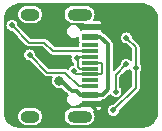
<source format=gtl>
G04 #@! TF.GenerationSoftware,KiCad,Pcbnew,5.1.9+dfsg1-1+deb11u1*
G04 #@! TF.CreationDate,2023-05-18T20:24:19+02:00*
G04 #@! TF.ProjectId,base,62617365-2e6b-4696-9361-645f70636258,rev?*
G04 #@! TF.SameCoordinates,Original*
G04 #@! TF.FileFunction,Copper,L1,Top*
G04 #@! TF.FilePolarity,Positive*
%FSLAX46Y46*%
G04 Gerber Fmt 4.6, Leading zero omitted, Abs format (unit mm)*
G04 Created by KiCad (PCBNEW 5.1.9+dfsg1-1+deb11u1) date 2023-05-18 20:24:19*
%MOMM*%
%LPD*%
G01*
G04 APERTURE LIST*
G04 #@! TA.AperFunction,ComponentPad*
%ADD10O,1.600000X1.000000*%
G04 #@! TD*
G04 #@! TA.AperFunction,ComponentPad*
%ADD11O,2.100000X1.000000*%
G04 #@! TD*
G04 #@! TA.AperFunction,SMDPad,CuDef*
%ADD12R,1.450000X0.300000*%
G04 #@! TD*
G04 #@! TA.AperFunction,SMDPad,CuDef*
%ADD13R,1.450000X0.600000*%
G04 #@! TD*
G04 #@! TA.AperFunction,ViaPad*
%ADD14C,0.500000*%
G04 #@! TD*
G04 #@! TA.AperFunction,ViaPad*
%ADD15C,0.800000*%
G04 #@! TD*
G04 #@! TA.AperFunction,Conductor*
%ADD16C,0.250000*%
G04 #@! TD*
G04 #@! TA.AperFunction,Conductor*
%ADD17C,0.350000*%
G04 #@! TD*
G04 #@! TA.AperFunction,Conductor*
%ADD18C,0.200000*%
G04 #@! TD*
G04 #@! TA.AperFunction,Conductor*
%ADD19C,0.100000*%
G04 #@! TD*
G04 APERTURE END LIST*
D10*
X-1050000Y-4320000D03*
X-1050000Y4320000D03*
D11*
X3130000Y4320000D03*
X3130000Y-4320000D03*
D12*
X4045000Y250000D03*
X4045000Y-1750000D03*
X4045000Y-1250000D03*
X4045000Y-750000D03*
X4045000Y-250000D03*
X4045000Y750000D03*
X4045000Y1250000D03*
X4045000Y1750000D03*
D13*
X4045000Y-3250000D03*
X4045000Y-2450000D03*
X4045000Y2450000D03*
X4045000Y3250000D03*
X4045000Y3250000D03*
X4045000Y2450000D03*
X4045000Y-2450000D03*
X4045000Y-3250000D03*
D14*
X4500000Y-4900000D03*
X4550000Y-3900000D03*
X-2600000Y-3300000D03*
X-2600000Y200000D03*
X-100000Y-1500000D03*
X-300000Y2900000D03*
X1900000Y0D03*
X8300000Y4900000D03*
X9300000Y2600000D03*
D15*
X1400000Y-1300000D03*
D14*
X7100000Y100000D03*
X6200000Y-2200000D03*
X7100000Y2334999D03*
X7900000Y-200000D03*
X6000000Y-3800000D03*
X2625014Y-500000D03*
X2900000Y600000D03*
X-1100007Y900007D03*
X-2600000Y3399998D03*
D16*
X3100000Y-3400000D02*
X3052002Y-3400000D01*
X3250000Y-3250000D02*
X3100000Y-3400000D01*
X4045000Y-3250000D02*
X3250000Y-3250000D01*
X4045000Y3250000D02*
X3200000Y3250000D01*
X4550000Y-3755000D02*
X4045000Y-3250000D01*
X4550000Y-3900000D02*
X4550000Y-3755000D01*
X3200000Y3150000D02*
X3274999Y3075001D01*
X3200000Y3250000D02*
X3200000Y3150000D01*
X3200000Y3250000D02*
X3000000Y3450000D01*
X3550000Y3250000D02*
X3305010Y3494990D01*
X3044990Y3494990D02*
X3000000Y3450000D01*
X3305010Y3494990D02*
X3044990Y3494990D01*
X4045000Y3250000D02*
X3550000Y3250000D01*
D17*
X5120000Y-2450000D02*
X5545011Y-2024989D01*
X4045000Y-2450000D02*
X5120000Y-2450000D01*
X4895002Y2450000D02*
X4045000Y2450000D01*
X5545011Y1799991D02*
X4895002Y2450000D01*
X5545011Y-2024989D02*
X5545011Y1799991D01*
X3196002Y-2450000D02*
X2936001Y-2189999D01*
X2489999Y-2189999D02*
X1499999Y-1199999D01*
X2936001Y-2189999D02*
X2489999Y-2189999D01*
X4045000Y-2450000D02*
X3196002Y-2450000D01*
D18*
X6200000Y-800000D02*
X6200000Y-2200000D01*
X7100000Y100000D02*
X6200000Y-800000D01*
X7900000Y1534999D02*
X7900000Y-200000D01*
X7100000Y2334999D02*
X7900000Y1534999D01*
X7900000Y-1900000D02*
X6000000Y-3800000D01*
X7900000Y-200000D02*
X7900000Y-1900000D01*
X4960002Y-750000D02*
X4045000Y-750000D01*
X4960002Y250000D02*
X5070001Y140001D01*
X5070001Y-640001D02*
X4960002Y-750000D01*
X4045000Y250000D02*
X4960002Y250000D01*
X5070001Y140001D02*
X5070001Y-270001D01*
X5070001Y-270001D02*
X5070001Y-640001D01*
X4045000Y-750000D02*
X2875014Y-750000D01*
X2875014Y-750000D02*
X2625014Y-500000D01*
X3189014Y-250000D02*
X3019999Y-80985D01*
X4045000Y-250000D02*
X3189014Y-250000D01*
X3120000Y750000D02*
X4045000Y750000D01*
X3019999Y649999D02*
X3120000Y750000D01*
X3019999Y-80985D02*
X3019999Y649999D01*
X4009988Y-1714988D02*
X4045000Y-1750000D01*
X3050992Y-1714988D02*
X4009988Y-1714988D01*
X1936004Y-600000D02*
X3050992Y-1714988D01*
X400000Y-600000D02*
X1936004Y-600000D01*
X-1100007Y900007D02*
X400000Y-600000D01*
X150001Y1949999D02*
X850000Y1250000D01*
X-1150001Y1949999D02*
X150001Y1949999D01*
X4045000Y1250000D02*
X850000Y1250000D01*
X-1150001Y1949999D02*
X-2600000Y3399998D01*
X8727922Y5151094D02*
X8947165Y5084900D01*
X9149370Y4977386D01*
X9326847Y4832639D01*
X9472829Y4656176D01*
X9581754Y4454724D01*
X9649474Y4235953D01*
X9675000Y3993085D01*
X9675001Y-3984094D01*
X9651094Y-4227922D01*
X9584900Y-4447166D01*
X9477386Y-4649370D01*
X9332639Y-4826847D01*
X9156176Y-4972830D01*
X8954727Y-5081753D01*
X8735958Y-5149474D01*
X8493085Y-5175000D01*
X-1984104Y-5175000D01*
X-2227922Y-5151094D01*
X-2447166Y-5084900D01*
X-2649370Y-4977386D01*
X-2826847Y-4832639D01*
X-2972830Y-4656176D01*
X-3081753Y-4454727D01*
X-3123458Y-4320000D01*
X-2153870Y-4320000D01*
X-2138424Y-4476827D01*
X-2092679Y-4627628D01*
X-2018393Y-4766606D01*
X-1918422Y-4888422D01*
X-1796606Y-4988393D01*
X-1657628Y-5062679D01*
X-1506827Y-5108424D01*
X-1389293Y-5120000D01*
X-710707Y-5120000D01*
X-593173Y-5108424D01*
X-442372Y-5062679D01*
X-303394Y-4988393D01*
X-181578Y-4888422D01*
X-81607Y-4766606D01*
X-7321Y-4627628D01*
X38424Y-4476827D01*
X53870Y-4320000D01*
X38424Y-4163173D01*
X-7321Y-4012372D01*
X-81607Y-3873394D01*
X-181578Y-3751578D01*
X-303394Y-3651607D01*
X-442372Y-3577321D01*
X-593173Y-3531576D01*
X-710707Y-3520000D01*
X-1389293Y-3520000D01*
X-1506827Y-3531576D01*
X-1657628Y-3577321D01*
X-1796606Y-3651607D01*
X-1918422Y-3751578D01*
X-2018393Y-3873394D01*
X-2092679Y-4012372D01*
X-2138424Y-4163173D01*
X-2153870Y-4320000D01*
X-3123458Y-4320000D01*
X-3149474Y-4235958D01*
X-3175000Y-3993085D01*
X-3175000Y3454168D01*
X-3150000Y3454168D01*
X-3150000Y3345828D01*
X-3128864Y3239569D01*
X-3087403Y3139475D01*
X-3027213Y3049394D01*
X-2950604Y2972785D01*
X-2860523Y2912595D01*
X-2760429Y2871134D01*
X-2654170Y2849998D01*
X-2615685Y2849998D01*
X-1446734Y1681046D01*
X-1434212Y1665788D01*
X-1418954Y1653266D01*
X-1418952Y1653264D01*
X-1407922Y1644212D01*
X-1373304Y1615802D01*
X-1303815Y1578659D01*
X-1228415Y1555787D01*
X-1169648Y1549999D01*
X-1169638Y1549999D01*
X-1150002Y1548065D01*
X-1130366Y1549999D01*
X-15684Y1549999D01*
X553267Y981047D01*
X565789Y965789D01*
X581047Y953267D01*
X581049Y953265D01*
X584292Y950604D01*
X626697Y915803D01*
X696186Y878660D01*
X771586Y855788D01*
X830353Y850000D01*
X830363Y850000D01*
X849999Y848066D01*
X869635Y850000D01*
X2408238Y850000D01*
X2371136Y760429D01*
X2350000Y654170D01*
X2350000Y545830D01*
X2371136Y439571D01*
X2412597Y339477D01*
X2472787Y249396D01*
X2549396Y172787D01*
X2619999Y125612D01*
X2619999Y50000D01*
X2570844Y50000D01*
X2464585Y28864D01*
X2364491Y-12597D01*
X2274410Y-72787D01*
X2197801Y-149396D01*
X2137611Y-239477D01*
X2132616Y-251536D01*
X2089818Y-228660D01*
X2014418Y-205788D01*
X1955651Y-200000D01*
X1955650Y-200000D01*
X1936004Y-198065D01*
X1916358Y-200000D01*
X565686Y-200000D01*
X-550007Y915692D01*
X-550007Y954177D01*
X-571143Y1060436D01*
X-612604Y1160530D01*
X-672794Y1250611D01*
X-749403Y1327220D01*
X-839484Y1387410D01*
X-939578Y1428871D01*
X-1045837Y1450007D01*
X-1154177Y1450007D01*
X-1260436Y1428871D01*
X-1360530Y1387410D01*
X-1450611Y1327220D01*
X-1527220Y1250611D01*
X-1587410Y1160530D01*
X-1628871Y1060436D01*
X-1650007Y954177D01*
X-1650007Y845837D01*
X-1628871Y739578D01*
X-1587410Y639484D01*
X-1527220Y549403D01*
X-1450611Y472794D01*
X-1360530Y412604D01*
X-1260436Y371143D01*
X-1154177Y350007D01*
X-1115692Y350007D01*
X103267Y-868953D01*
X115789Y-884211D01*
X131047Y-896733D01*
X131049Y-896735D01*
X162982Y-922941D01*
X176697Y-934197D01*
X246186Y-971340D01*
X321586Y-994212D01*
X380353Y-1000000D01*
X380363Y-1000000D01*
X399999Y-1001934D01*
X419635Y-1000000D01*
X766590Y-1000000D01*
X726901Y-1095818D01*
X700000Y-1231056D01*
X700000Y-1368944D01*
X726901Y-1504182D01*
X779668Y-1631574D01*
X856274Y-1746224D01*
X953776Y-1843726D01*
X1068426Y-1920332D01*
X1195818Y-1973099D01*
X1331056Y-2000000D01*
X1468944Y-2000000D01*
X1601819Y-1973569D01*
X2117183Y-2488934D01*
X2114531Y-2491586D01*
X2046132Y-2593952D01*
X1999019Y-2707694D01*
X1975000Y-2828443D01*
X1975000Y-2951557D01*
X1999019Y-3072306D01*
X2046132Y-3186048D01*
X2114531Y-3288414D01*
X2201586Y-3375469D01*
X2303952Y-3443868D01*
X2417694Y-3490981D01*
X2538443Y-3515000D01*
X2661557Y-3515000D01*
X2782306Y-3490981D01*
X2896048Y-3443868D01*
X2998414Y-3375469D01*
X3020000Y-3353883D01*
X3020000Y-3404002D01*
X3094998Y-3404002D01*
X3020000Y-3479000D01*
X3019162Y-3520000D01*
X2540707Y-3520000D01*
X2423173Y-3531576D01*
X2272372Y-3577321D01*
X2133394Y-3651607D01*
X2011578Y-3751578D01*
X1911607Y-3873394D01*
X1837321Y-4012372D01*
X1791576Y-4163173D01*
X1776130Y-4320000D01*
X1791576Y-4476827D01*
X1837321Y-4627628D01*
X1911607Y-4766606D01*
X2011578Y-4888422D01*
X2133394Y-4988393D01*
X2272372Y-5062679D01*
X2423173Y-5108424D01*
X2540707Y-5120000D01*
X3719293Y-5120000D01*
X3836827Y-5108424D01*
X3987628Y-5062679D01*
X4126606Y-4988393D01*
X4248422Y-4888422D01*
X4348393Y-4766606D01*
X4422679Y-4627628D01*
X4468424Y-4476827D01*
X4483870Y-4320000D01*
X4468424Y-4163173D01*
X4422679Y-4012372D01*
X4348393Y-3873394D01*
X4329327Y-3850162D01*
X4770000Y-3851452D01*
X4828810Y-3845660D01*
X4885361Y-3828505D01*
X4937478Y-3800648D01*
X4983159Y-3763159D01*
X5020648Y-3717478D01*
X5048505Y-3665361D01*
X5065660Y-3608810D01*
X5071452Y-3550000D01*
X5070000Y-3479000D01*
X4995000Y-3404000D01*
X4199000Y-3404000D01*
X4199000Y-3424000D01*
X3891000Y-3424000D01*
X3891000Y-3404000D01*
X3871000Y-3404000D01*
X3871000Y-3096000D01*
X3891000Y-3096000D01*
X3891000Y-3076000D01*
X4199000Y-3076000D01*
X4199000Y-3096000D01*
X4995000Y-3096000D01*
X5070000Y-3021000D01*
X5071452Y-2950000D01*
X5068990Y-2925000D01*
X5096668Y-2925000D01*
X5120000Y-2927298D01*
X5143332Y-2925000D01*
X5213116Y-2918127D01*
X5302654Y-2890966D01*
X5385173Y-2846859D01*
X5457501Y-2787501D01*
X5472384Y-2769366D01*
X5740087Y-2501664D01*
X5772787Y-2550604D01*
X5849396Y-2627213D01*
X5939477Y-2687403D01*
X6039571Y-2728864D01*
X6145830Y-2750000D01*
X6254170Y-2750000D01*
X6360429Y-2728864D01*
X6460523Y-2687403D01*
X6550604Y-2627213D01*
X6627213Y-2550604D01*
X6687403Y-2460523D01*
X6728864Y-2360429D01*
X6750000Y-2254170D01*
X6750000Y-2145830D01*
X6728864Y-2039571D01*
X6687403Y-1939477D01*
X6627213Y-1849396D01*
X6600000Y-1822183D01*
X6600000Y-965685D01*
X7115686Y-450000D01*
X7154170Y-450000D01*
X7260429Y-428864D01*
X7360523Y-387403D01*
X7377586Y-376002D01*
X7412597Y-460523D01*
X7472787Y-550604D01*
X7500000Y-577817D01*
X7500001Y-1734313D01*
X5984315Y-3250000D01*
X5945830Y-3250000D01*
X5839571Y-3271136D01*
X5739477Y-3312597D01*
X5649396Y-3372787D01*
X5572787Y-3449396D01*
X5512597Y-3539477D01*
X5471136Y-3639571D01*
X5450000Y-3745830D01*
X5450000Y-3854170D01*
X5471136Y-3960429D01*
X5512597Y-4060523D01*
X5572787Y-4150604D01*
X5649396Y-4227213D01*
X5739477Y-4287403D01*
X5839571Y-4328864D01*
X5945830Y-4350000D01*
X6054170Y-4350000D01*
X6160429Y-4328864D01*
X6260523Y-4287403D01*
X6350604Y-4227213D01*
X6427213Y-4150604D01*
X6487403Y-4060523D01*
X6528864Y-3960429D01*
X6550000Y-3854170D01*
X6550000Y-3815685D01*
X8168953Y-2196733D01*
X8184211Y-2184211D01*
X8211757Y-2150647D01*
X8234197Y-2123303D01*
X8271340Y-2053814D01*
X8294212Y-1978414D01*
X8299490Y-1924825D01*
X8300000Y-1919647D01*
X8301935Y-1900000D01*
X8300000Y-1880353D01*
X8300000Y-577817D01*
X8327213Y-550604D01*
X8387403Y-460523D01*
X8428864Y-360429D01*
X8450000Y-254170D01*
X8450000Y-145830D01*
X8428864Y-39571D01*
X8387403Y60523D01*
X8327213Y150604D01*
X8300000Y177817D01*
X8300000Y1515352D01*
X8301935Y1534999D01*
X8299888Y1555788D01*
X8294212Y1613413D01*
X8283114Y1650000D01*
X8271340Y1688814D01*
X8234197Y1758302D01*
X8196735Y1803950D01*
X8196733Y1803952D01*
X8184211Y1819210D01*
X8168954Y1831731D01*
X7650000Y2350684D01*
X7650000Y2389169D01*
X7628864Y2495428D01*
X7587403Y2595522D01*
X7527213Y2685603D01*
X7450604Y2762212D01*
X7360523Y2822402D01*
X7260429Y2863863D01*
X7154170Y2884999D01*
X7045830Y2884999D01*
X6939571Y2863863D01*
X6839477Y2822402D01*
X6749396Y2762212D01*
X6672787Y2685603D01*
X6612597Y2595522D01*
X6571136Y2495428D01*
X6550000Y2389169D01*
X6550000Y2280829D01*
X6571136Y2174570D01*
X6612597Y2074476D01*
X6672787Y1984395D01*
X6749396Y1907786D01*
X6839477Y1847596D01*
X6939571Y1806135D01*
X7045830Y1784999D01*
X7084315Y1784999D01*
X7500000Y1369313D01*
X7500001Y477816D01*
X7450604Y527213D01*
X7360523Y587403D01*
X7260429Y628864D01*
X7154170Y650000D01*
X7045830Y650000D01*
X6939571Y628864D01*
X6839477Y587403D01*
X6749396Y527213D01*
X6672787Y450604D01*
X6612597Y360523D01*
X6571136Y260429D01*
X6550000Y154170D01*
X6550000Y115686D01*
X6020011Y-414304D01*
X6020011Y1776659D01*
X6022309Y1799991D01*
X6013138Y1893107D01*
X5985977Y1982645D01*
X5941870Y2065164D01*
X5897385Y2119369D01*
X5882512Y2137492D01*
X5864388Y2152366D01*
X5247386Y2769367D01*
X5232503Y2787501D01*
X5160175Y2846859D01*
X5077656Y2890966D01*
X5065987Y2894506D01*
X5071452Y2950000D01*
X5070000Y3021000D01*
X4995000Y3096000D01*
X4199000Y3096000D01*
X4199000Y3076000D01*
X3891000Y3076000D01*
X3891000Y3096000D01*
X3871000Y3096000D01*
X3871000Y3404000D01*
X3891000Y3404000D01*
X3891000Y3424000D01*
X4199000Y3424000D01*
X4199000Y3404000D01*
X4995000Y3404000D01*
X5070000Y3479000D01*
X5071452Y3550000D01*
X5065660Y3608810D01*
X5048505Y3665361D01*
X5020648Y3717478D01*
X4983159Y3763159D01*
X4937478Y3800648D01*
X4885361Y3828505D01*
X4828810Y3845660D01*
X4770000Y3851452D01*
X4329327Y3850162D01*
X4348393Y3873394D01*
X4422679Y4012372D01*
X4468424Y4163173D01*
X4483870Y4320000D01*
X4468424Y4476827D01*
X4422679Y4627628D01*
X4348393Y4766606D01*
X4248422Y4888422D01*
X4126606Y4988393D01*
X3987628Y5062679D01*
X3836827Y5108424D01*
X3719293Y5120000D01*
X2540707Y5120000D01*
X2423173Y5108424D01*
X2272372Y5062679D01*
X2133394Y4988393D01*
X2011578Y4888422D01*
X1911607Y4766606D01*
X1837321Y4627628D01*
X1791576Y4476827D01*
X1776130Y4320000D01*
X1791576Y4163173D01*
X1837321Y4012372D01*
X1911607Y3873394D01*
X2011578Y3751578D01*
X2133394Y3651607D01*
X2272372Y3577321D01*
X2423173Y3531576D01*
X2540707Y3520000D01*
X3019162Y3520000D01*
X3020000Y3479000D01*
X3094998Y3404002D01*
X3020000Y3404002D01*
X3020000Y3353883D01*
X2998414Y3375469D01*
X2896048Y3443868D01*
X2782306Y3490981D01*
X2661557Y3515000D01*
X2538443Y3515000D01*
X2417694Y3490981D01*
X2303952Y3443868D01*
X2201586Y3375469D01*
X2114531Y3288414D01*
X2046132Y3186048D01*
X1999019Y3072306D01*
X1975000Y2951557D01*
X1975000Y2828443D01*
X1999019Y2707694D01*
X2046132Y2593952D01*
X2114531Y2491586D01*
X2201586Y2404531D01*
X2303952Y2336132D01*
X2417694Y2289019D01*
X2538443Y2265000D01*
X2661557Y2265000D01*
X2782306Y2289019D01*
X2896048Y2336132D01*
X2998414Y2404531D01*
X3018549Y2424666D01*
X3018549Y2150000D01*
X3024341Y2091190D01*
X3041496Y2034640D01*
X3046649Y2025000D01*
X3041496Y2015360D01*
X3024341Y1958810D01*
X3018549Y1900000D01*
X3018549Y1650000D01*
X1015686Y1650000D01*
X446738Y2218947D01*
X434212Y2234210D01*
X373304Y2284196D01*
X303815Y2321339D01*
X228415Y2344211D01*
X169648Y2349999D01*
X169647Y2349999D01*
X150001Y2351934D01*
X130355Y2349999D01*
X-984315Y2349999D01*
X-2050000Y3415683D01*
X-2050000Y3454168D01*
X-2071136Y3560427D01*
X-2112597Y3660521D01*
X-2172787Y3750602D01*
X-2249396Y3827211D01*
X-2339477Y3887401D01*
X-2439571Y3928862D01*
X-2545830Y3949998D01*
X-2654170Y3949998D01*
X-2760429Y3928862D01*
X-2860523Y3887401D01*
X-2950604Y3827211D01*
X-3027213Y3750602D01*
X-3087403Y3660521D01*
X-3128864Y3560427D01*
X-3150000Y3454168D01*
X-3175000Y3454168D01*
X-3175000Y3984104D01*
X-3151094Y4227922D01*
X-3123294Y4320000D01*
X-2153870Y4320000D01*
X-2138424Y4163173D01*
X-2092679Y4012372D01*
X-2018393Y3873394D01*
X-1918422Y3751578D01*
X-1796606Y3651607D01*
X-1657628Y3577321D01*
X-1506827Y3531576D01*
X-1389293Y3520000D01*
X-710707Y3520000D01*
X-593173Y3531576D01*
X-442372Y3577321D01*
X-303394Y3651607D01*
X-181578Y3751578D01*
X-81607Y3873394D01*
X-7321Y4012372D01*
X38424Y4163173D01*
X53870Y4320000D01*
X38424Y4476827D01*
X-7321Y4627628D01*
X-81607Y4766606D01*
X-181578Y4888422D01*
X-303394Y4988393D01*
X-442372Y5062679D01*
X-593173Y5108424D01*
X-710707Y5120000D01*
X-1389293Y5120000D01*
X-1506827Y5108424D01*
X-1657628Y5062679D01*
X-1796606Y4988393D01*
X-1918422Y4888422D01*
X-2018393Y4766606D01*
X-2092679Y4627628D01*
X-2138424Y4476827D01*
X-2153870Y4320000D01*
X-3123294Y4320000D01*
X-3084900Y4447165D01*
X-2977386Y4649370D01*
X-2832639Y4826847D01*
X-2656176Y4972829D01*
X-2454724Y5081754D01*
X-2235953Y5149474D01*
X-1993085Y5175000D01*
X8484104Y5175000D01*
X8727922Y5151094D01*
G04 #@! TA.AperFunction,Conductor*
D19*
G36*
X8727922Y5151094D02*
G01*
X8947165Y5084900D01*
X9149370Y4977386D01*
X9326847Y4832639D01*
X9472829Y4656176D01*
X9581754Y4454724D01*
X9649474Y4235953D01*
X9675000Y3993085D01*
X9675001Y-3984094D01*
X9651094Y-4227922D01*
X9584900Y-4447166D01*
X9477386Y-4649370D01*
X9332639Y-4826847D01*
X9156176Y-4972830D01*
X8954727Y-5081753D01*
X8735958Y-5149474D01*
X8493085Y-5175000D01*
X-1984104Y-5175000D01*
X-2227922Y-5151094D01*
X-2447166Y-5084900D01*
X-2649370Y-4977386D01*
X-2826847Y-4832639D01*
X-2972830Y-4656176D01*
X-3081753Y-4454727D01*
X-3123458Y-4320000D01*
X-2153870Y-4320000D01*
X-2138424Y-4476827D01*
X-2092679Y-4627628D01*
X-2018393Y-4766606D01*
X-1918422Y-4888422D01*
X-1796606Y-4988393D01*
X-1657628Y-5062679D01*
X-1506827Y-5108424D01*
X-1389293Y-5120000D01*
X-710707Y-5120000D01*
X-593173Y-5108424D01*
X-442372Y-5062679D01*
X-303394Y-4988393D01*
X-181578Y-4888422D01*
X-81607Y-4766606D01*
X-7321Y-4627628D01*
X38424Y-4476827D01*
X53870Y-4320000D01*
X38424Y-4163173D01*
X-7321Y-4012372D01*
X-81607Y-3873394D01*
X-181578Y-3751578D01*
X-303394Y-3651607D01*
X-442372Y-3577321D01*
X-593173Y-3531576D01*
X-710707Y-3520000D01*
X-1389293Y-3520000D01*
X-1506827Y-3531576D01*
X-1657628Y-3577321D01*
X-1796606Y-3651607D01*
X-1918422Y-3751578D01*
X-2018393Y-3873394D01*
X-2092679Y-4012372D01*
X-2138424Y-4163173D01*
X-2153870Y-4320000D01*
X-3123458Y-4320000D01*
X-3149474Y-4235958D01*
X-3175000Y-3993085D01*
X-3175000Y3454168D01*
X-3150000Y3454168D01*
X-3150000Y3345828D01*
X-3128864Y3239569D01*
X-3087403Y3139475D01*
X-3027213Y3049394D01*
X-2950604Y2972785D01*
X-2860523Y2912595D01*
X-2760429Y2871134D01*
X-2654170Y2849998D01*
X-2615685Y2849998D01*
X-1446734Y1681046D01*
X-1434212Y1665788D01*
X-1418954Y1653266D01*
X-1418952Y1653264D01*
X-1407922Y1644212D01*
X-1373304Y1615802D01*
X-1303815Y1578659D01*
X-1228415Y1555787D01*
X-1169648Y1549999D01*
X-1169638Y1549999D01*
X-1150002Y1548065D01*
X-1130366Y1549999D01*
X-15684Y1549999D01*
X553267Y981047D01*
X565789Y965789D01*
X581047Y953267D01*
X581049Y953265D01*
X584292Y950604D01*
X626697Y915803D01*
X696186Y878660D01*
X771586Y855788D01*
X830353Y850000D01*
X830363Y850000D01*
X849999Y848066D01*
X869635Y850000D01*
X2408238Y850000D01*
X2371136Y760429D01*
X2350000Y654170D01*
X2350000Y545830D01*
X2371136Y439571D01*
X2412597Y339477D01*
X2472787Y249396D01*
X2549396Y172787D01*
X2619999Y125612D01*
X2619999Y50000D01*
X2570844Y50000D01*
X2464585Y28864D01*
X2364491Y-12597D01*
X2274410Y-72787D01*
X2197801Y-149396D01*
X2137611Y-239477D01*
X2132616Y-251536D01*
X2089818Y-228660D01*
X2014418Y-205788D01*
X1955651Y-200000D01*
X1955650Y-200000D01*
X1936004Y-198065D01*
X1916358Y-200000D01*
X565686Y-200000D01*
X-550007Y915692D01*
X-550007Y954177D01*
X-571143Y1060436D01*
X-612604Y1160530D01*
X-672794Y1250611D01*
X-749403Y1327220D01*
X-839484Y1387410D01*
X-939578Y1428871D01*
X-1045837Y1450007D01*
X-1154177Y1450007D01*
X-1260436Y1428871D01*
X-1360530Y1387410D01*
X-1450611Y1327220D01*
X-1527220Y1250611D01*
X-1587410Y1160530D01*
X-1628871Y1060436D01*
X-1650007Y954177D01*
X-1650007Y845837D01*
X-1628871Y739578D01*
X-1587410Y639484D01*
X-1527220Y549403D01*
X-1450611Y472794D01*
X-1360530Y412604D01*
X-1260436Y371143D01*
X-1154177Y350007D01*
X-1115692Y350007D01*
X103267Y-868953D01*
X115789Y-884211D01*
X131047Y-896733D01*
X131049Y-896735D01*
X162982Y-922941D01*
X176697Y-934197D01*
X246186Y-971340D01*
X321586Y-994212D01*
X380353Y-1000000D01*
X380363Y-1000000D01*
X399999Y-1001934D01*
X419635Y-1000000D01*
X766590Y-1000000D01*
X726901Y-1095818D01*
X700000Y-1231056D01*
X700000Y-1368944D01*
X726901Y-1504182D01*
X779668Y-1631574D01*
X856274Y-1746224D01*
X953776Y-1843726D01*
X1068426Y-1920332D01*
X1195818Y-1973099D01*
X1331056Y-2000000D01*
X1468944Y-2000000D01*
X1601819Y-1973569D01*
X2117183Y-2488934D01*
X2114531Y-2491586D01*
X2046132Y-2593952D01*
X1999019Y-2707694D01*
X1975000Y-2828443D01*
X1975000Y-2951557D01*
X1999019Y-3072306D01*
X2046132Y-3186048D01*
X2114531Y-3288414D01*
X2201586Y-3375469D01*
X2303952Y-3443868D01*
X2417694Y-3490981D01*
X2538443Y-3515000D01*
X2661557Y-3515000D01*
X2782306Y-3490981D01*
X2896048Y-3443868D01*
X2998414Y-3375469D01*
X3020000Y-3353883D01*
X3020000Y-3404002D01*
X3094998Y-3404002D01*
X3020000Y-3479000D01*
X3019162Y-3520000D01*
X2540707Y-3520000D01*
X2423173Y-3531576D01*
X2272372Y-3577321D01*
X2133394Y-3651607D01*
X2011578Y-3751578D01*
X1911607Y-3873394D01*
X1837321Y-4012372D01*
X1791576Y-4163173D01*
X1776130Y-4320000D01*
X1791576Y-4476827D01*
X1837321Y-4627628D01*
X1911607Y-4766606D01*
X2011578Y-4888422D01*
X2133394Y-4988393D01*
X2272372Y-5062679D01*
X2423173Y-5108424D01*
X2540707Y-5120000D01*
X3719293Y-5120000D01*
X3836827Y-5108424D01*
X3987628Y-5062679D01*
X4126606Y-4988393D01*
X4248422Y-4888422D01*
X4348393Y-4766606D01*
X4422679Y-4627628D01*
X4468424Y-4476827D01*
X4483870Y-4320000D01*
X4468424Y-4163173D01*
X4422679Y-4012372D01*
X4348393Y-3873394D01*
X4329327Y-3850162D01*
X4770000Y-3851452D01*
X4828810Y-3845660D01*
X4885361Y-3828505D01*
X4937478Y-3800648D01*
X4983159Y-3763159D01*
X5020648Y-3717478D01*
X5048505Y-3665361D01*
X5065660Y-3608810D01*
X5071452Y-3550000D01*
X5070000Y-3479000D01*
X4995000Y-3404000D01*
X4199000Y-3404000D01*
X4199000Y-3424000D01*
X3891000Y-3424000D01*
X3891000Y-3404000D01*
X3871000Y-3404000D01*
X3871000Y-3096000D01*
X3891000Y-3096000D01*
X3891000Y-3076000D01*
X4199000Y-3076000D01*
X4199000Y-3096000D01*
X4995000Y-3096000D01*
X5070000Y-3021000D01*
X5071452Y-2950000D01*
X5068990Y-2925000D01*
X5096668Y-2925000D01*
X5120000Y-2927298D01*
X5143332Y-2925000D01*
X5213116Y-2918127D01*
X5302654Y-2890966D01*
X5385173Y-2846859D01*
X5457501Y-2787501D01*
X5472384Y-2769366D01*
X5740087Y-2501664D01*
X5772787Y-2550604D01*
X5849396Y-2627213D01*
X5939477Y-2687403D01*
X6039571Y-2728864D01*
X6145830Y-2750000D01*
X6254170Y-2750000D01*
X6360429Y-2728864D01*
X6460523Y-2687403D01*
X6550604Y-2627213D01*
X6627213Y-2550604D01*
X6687403Y-2460523D01*
X6728864Y-2360429D01*
X6750000Y-2254170D01*
X6750000Y-2145830D01*
X6728864Y-2039571D01*
X6687403Y-1939477D01*
X6627213Y-1849396D01*
X6600000Y-1822183D01*
X6600000Y-965685D01*
X7115686Y-450000D01*
X7154170Y-450000D01*
X7260429Y-428864D01*
X7360523Y-387403D01*
X7377586Y-376002D01*
X7412597Y-460523D01*
X7472787Y-550604D01*
X7500000Y-577817D01*
X7500001Y-1734313D01*
X5984315Y-3250000D01*
X5945830Y-3250000D01*
X5839571Y-3271136D01*
X5739477Y-3312597D01*
X5649396Y-3372787D01*
X5572787Y-3449396D01*
X5512597Y-3539477D01*
X5471136Y-3639571D01*
X5450000Y-3745830D01*
X5450000Y-3854170D01*
X5471136Y-3960429D01*
X5512597Y-4060523D01*
X5572787Y-4150604D01*
X5649396Y-4227213D01*
X5739477Y-4287403D01*
X5839571Y-4328864D01*
X5945830Y-4350000D01*
X6054170Y-4350000D01*
X6160429Y-4328864D01*
X6260523Y-4287403D01*
X6350604Y-4227213D01*
X6427213Y-4150604D01*
X6487403Y-4060523D01*
X6528864Y-3960429D01*
X6550000Y-3854170D01*
X6550000Y-3815685D01*
X8168953Y-2196733D01*
X8184211Y-2184211D01*
X8211757Y-2150647D01*
X8234197Y-2123303D01*
X8271340Y-2053814D01*
X8294212Y-1978414D01*
X8299490Y-1924825D01*
X8300000Y-1919647D01*
X8301935Y-1900000D01*
X8300000Y-1880353D01*
X8300000Y-577817D01*
X8327213Y-550604D01*
X8387403Y-460523D01*
X8428864Y-360429D01*
X8450000Y-254170D01*
X8450000Y-145830D01*
X8428864Y-39571D01*
X8387403Y60523D01*
X8327213Y150604D01*
X8300000Y177817D01*
X8300000Y1515352D01*
X8301935Y1534999D01*
X8299888Y1555788D01*
X8294212Y1613413D01*
X8283114Y1650000D01*
X8271340Y1688814D01*
X8234197Y1758302D01*
X8196735Y1803950D01*
X8196733Y1803952D01*
X8184211Y1819210D01*
X8168954Y1831731D01*
X7650000Y2350684D01*
X7650000Y2389169D01*
X7628864Y2495428D01*
X7587403Y2595522D01*
X7527213Y2685603D01*
X7450604Y2762212D01*
X7360523Y2822402D01*
X7260429Y2863863D01*
X7154170Y2884999D01*
X7045830Y2884999D01*
X6939571Y2863863D01*
X6839477Y2822402D01*
X6749396Y2762212D01*
X6672787Y2685603D01*
X6612597Y2595522D01*
X6571136Y2495428D01*
X6550000Y2389169D01*
X6550000Y2280829D01*
X6571136Y2174570D01*
X6612597Y2074476D01*
X6672787Y1984395D01*
X6749396Y1907786D01*
X6839477Y1847596D01*
X6939571Y1806135D01*
X7045830Y1784999D01*
X7084315Y1784999D01*
X7500000Y1369313D01*
X7500001Y477816D01*
X7450604Y527213D01*
X7360523Y587403D01*
X7260429Y628864D01*
X7154170Y650000D01*
X7045830Y650000D01*
X6939571Y628864D01*
X6839477Y587403D01*
X6749396Y527213D01*
X6672787Y450604D01*
X6612597Y360523D01*
X6571136Y260429D01*
X6550000Y154170D01*
X6550000Y115686D01*
X6020011Y-414304D01*
X6020011Y1776659D01*
X6022309Y1799991D01*
X6013138Y1893107D01*
X5985977Y1982645D01*
X5941870Y2065164D01*
X5897385Y2119369D01*
X5882512Y2137492D01*
X5864388Y2152366D01*
X5247386Y2769367D01*
X5232503Y2787501D01*
X5160175Y2846859D01*
X5077656Y2890966D01*
X5065987Y2894506D01*
X5071452Y2950000D01*
X5070000Y3021000D01*
X4995000Y3096000D01*
X4199000Y3096000D01*
X4199000Y3076000D01*
X3891000Y3076000D01*
X3891000Y3096000D01*
X3871000Y3096000D01*
X3871000Y3404000D01*
X3891000Y3404000D01*
X3891000Y3424000D01*
X4199000Y3424000D01*
X4199000Y3404000D01*
X4995000Y3404000D01*
X5070000Y3479000D01*
X5071452Y3550000D01*
X5065660Y3608810D01*
X5048505Y3665361D01*
X5020648Y3717478D01*
X4983159Y3763159D01*
X4937478Y3800648D01*
X4885361Y3828505D01*
X4828810Y3845660D01*
X4770000Y3851452D01*
X4329327Y3850162D01*
X4348393Y3873394D01*
X4422679Y4012372D01*
X4468424Y4163173D01*
X4483870Y4320000D01*
X4468424Y4476827D01*
X4422679Y4627628D01*
X4348393Y4766606D01*
X4248422Y4888422D01*
X4126606Y4988393D01*
X3987628Y5062679D01*
X3836827Y5108424D01*
X3719293Y5120000D01*
X2540707Y5120000D01*
X2423173Y5108424D01*
X2272372Y5062679D01*
X2133394Y4988393D01*
X2011578Y4888422D01*
X1911607Y4766606D01*
X1837321Y4627628D01*
X1791576Y4476827D01*
X1776130Y4320000D01*
X1791576Y4163173D01*
X1837321Y4012372D01*
X1911607Y3873394D01*
X2011578Y3751578D01*
X2133394Y3651607D01*
X2272372Y3577321D01*
X2423173Y3531576D01*
X2540707Y3520000D01*
X3019162Y3520000D01*
X3020000Y3479000D01*
X3094998Y3404002D01*
X3020000Y3404002D01*
X3020000Y3353883D01*
X2998414Y3375469D01*
X2896048Y3443868D01*
X2782306Y3490981D01*
X2661557Y3515000D01*
X2538443Y3515000D01*
X2417694Y3490981D01*
X2303952Y3443868D01*
X2201586Y3375469D01*
X2114531Y3288414D01*
X2046132Y3186048D01*
X1999019Y3072306D01*
X1975000Y2951557D01*
X1975000Y2828443D01*
X1999019Y2707694D01*
X2046132Y2593952D01*
X2114531Y2491586D01*
X2201586Y2404531D01*
X2303952Y2336132D01*
X2417694Y2289019D01*
X2538443Y2265000D01*
X2661557Y2265000D01*
X2782306Y2289019D01*
X2896048Y2336132D01*
X2998414Y2404531D01*
X3018549Y2424666D01*
X3018549Y2150000D01*
X3024341Y2091190D01*
X3041496Y2034640D01*
X3046649Y2025000D01*
X3041496Y2015360D01*
X3024341Y1958810D01*
X3018549Y1900000D01*
X3018549Y1650000D01*
X1015686Y1650000D01*
X446738Y2218947D01*
X434212Y2234210D01*
X373304Y2284196D01*
X303815Y2321339D01*
X228415Y2344211D01*
X169648Y2349999D01*
X169647Y2349999D01*
X150001Y2351934D01*
X130355Y2349999D01*
X-984315Y2349999D01*
X-2050000Y3415683D01*
X-2050000Y3454168D01*
X-2071136Y3560427D01*
X-2112597Y3660521D01*
X-2172787Y3750602D01*
X-2249396Y3827211D01*
X-2339477Y3887401D01*
X-2439571Y3928862D01*
X-2545830Y3949998D01*
X-2654170Y3949998D01*
X-2760429Y3928862D01*
X-2860523Y3887401D01*
X-2950604Y3827211D01*
X-3027213Y3750602D01*
X-3087403Y3660521D01*
X-3128864Y3560427D01*
X-3150000Y3454168D01*
X-3175000Y3454168D01*
X-3175000Y3984104D01*
X-3151094Y4227922D01*
X-3123294Y4320000D01*
X-2153870Y4320000D01*
X-2138424Y4163173D01*
X-2092679Y4012372D01*
X-2018393Y3873394D01*
X-1918422Y3751578D01*
X-1796606Y3651607D01*
X-1657628Y3577321D01*
X-1506827Y3531576D01*
X-1389293Y3520000D01*
X-710707Y3520000D01*
X-593173Y3531576D01*
X-442372Y3577321D01*
X-303394Y3651607D01*
X-181578Y3751578D01*
X-81607Y3873394D01*
X-7321Y4012372D01*
X38424Y4163173D01*
X53870Y4320000D01*
X38424Y4476827D01*
X-7321Y4627628D01*
X-81607Y4766606D01*
X-181578Y4888422D01*
X-303394Y4988393D01*
X-442372Y5062679D01*
X-593173Y5108424D01*
X-710707Y5120000D01*
X-1389293Y5120000D01*
X-1506827Y5108424D01*
X-1657628Y5062679D01*
X-1796606Y4988393D01*
X-1918422Y4888422D01*
X-2018393Y4766606D01*
X-2092679Y4627628D01*
X-2138424Y4476827D01*
X-2153870Y4320000D01*
X-3123294Y4320000D01*
X-3084900Y4447165D01*
X-2977386Y4649370D01*
X-2832639Y4826847D01*
X-2656176Y4972829D01*
X-2454724Y5081754D01*
X-2235953Y5149474D01*
X-1993085Y5175000D01*
X8484104Y5175000D01*
X8727922Y5151094D01*
G37*
G04 #@! TD.AperFunction*
M02*

</source>
